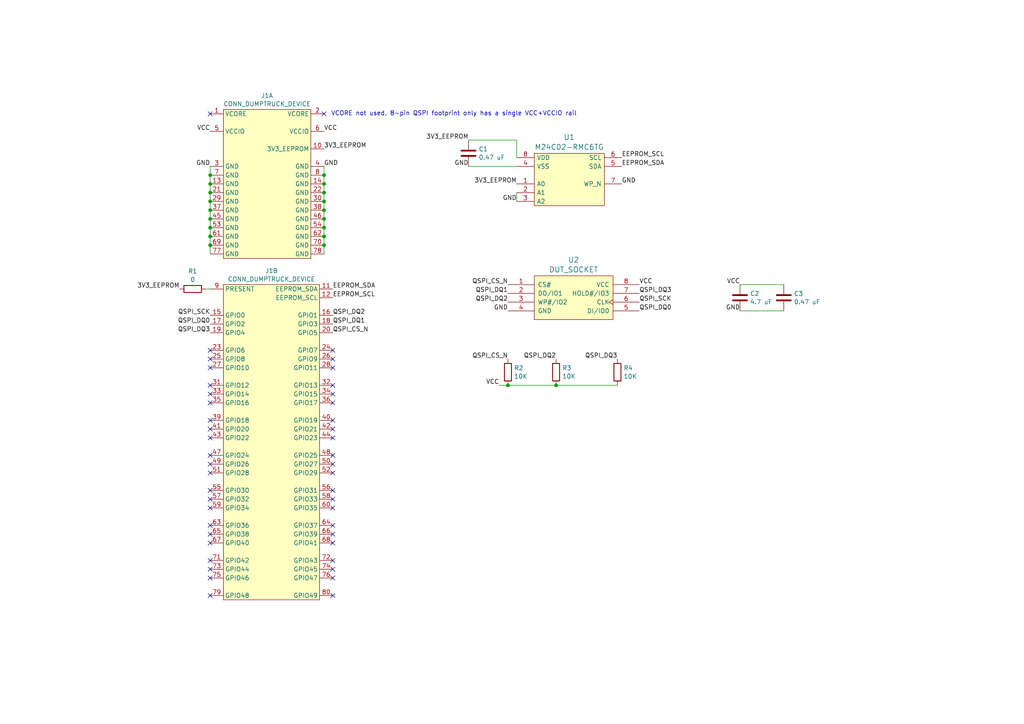
<source format=kicad_sch>
(kicad_sch (version 20231120) (generator "eeschema") (generator_version "8.0")
  (paper "A4")
  (lib_symbols
    (symbol "device:C" (pin_numbers hide) (pin_names (offset 0.254))
      (property "Reference" "C" (at 0.635 2.54 0))
      (property "Value" "C" (at 0.635 -2.54 0))
      (symbol "C_0_1"
        (polyline (pts (xy -2.032 -0.762) (xy 2.032 -0.762)) (stroke (width 0.508)))
        (polyline (pts (xy -2.032 0.762) (xy 2.032 0.762)) (stroke (width 0.508)))
      )
      (symbol "C_1_1"
        (pin passive line (at 0 3.81 270) (length 2.794) (name "~") (number "1"))
        (pin passive line (at 0 -3.81 90) (length 2.794) (name "~") (number "2"))
      )
    )
    (symbol "device:R" (pin_numbers hide) (pin_names (offset 0))
      (property "Reference" "R" (at 2.032 0 90))
      (property "Value" "R" (at 0 0 90))
      (symbol "R_0_1"
        (rectangle (start -1.016 -2.54) (end 1.016 2.54) (stroke (width 0.254)))
      )
      (symbol "R_1_1"
        (pin passive line (at 0 3.81 270) (length 1.27) (name "~") (number "1"))
        (pin passive line (at 0 -3.81 90) (length 1.27) (name "~") (number "2"))
      )
    )
    (symbol "memory-azonenberg:24Cxx-DFN8" (pin_names (offset 0.762))
      (property "Reference" "U" (at 13.97 16.51 0))
      (property "Value" "24Cxx-DFN8" (at 17.78 -1.27 0))
      (symbol "24Cxx-DFN8_1_1"
        (rectangle (start 0 0) (end 20.32 15.24) (fill (type background)))
        (pin input line (at -5.08 6.35 0) (length 5.08) (name "A0") (number "1"))
        (pin input line (at -5.08 3.81 0) (length 5.08) (name "A1") (number "2"))
        (pin input line (at -5.08 1.27 0) (length 5.08) (name "A2") (number "3"))
        (pin power_in line (at -5.08 11.43 0) (length 5.08) (name "VSS") (number "4"))
        (pin bidirectional line (at 25.4 11.43 180) (length 5.08) (name "SDA") (number "5"))
        (pin input line (at 25.4 13.97 180) (length 5.08) (name "SCL") (number "6"))
        (pin input line (at 25.4 6.35 180) (length 5.08) (name "WP_N") (number "7"))
        (pin power_in line (at -5.08 13.97 0) (length 5.08) (name "VDD") (number "8"))
      )
    )
    (symbol "memory-azonenberg:W25Q80BV" (pin_names (offset 1.016))
      (property "Reference" "U" (at 0 -1.27 0))
      (property "Value" "W25Q80BV" (at 0 -3.81 0))
      (symbol "W25Q80BV_0_1"
        (rectangle (start -11.43 12.7) (end 11.43 0) (fill (type background)))
      )
      (symbol "W25Q80BV_1_1"
        (pin input line (at -19.05 10.16 0) (length 7.62) (name "CS#") (number "1"))
        (pin bidirectional line (at -19.05 7.62 0) (length 7.62) (name "DO/IO1") (number "2"))
        (pin bidirectional line (at -19.05 5.08 0) (length 7.62) (name "WP#/IO2") (number "3"))
        (pin power_in line (at -19.05 2.54 0) (length 7.62) (name "GND") (number "4"))
        (pin bidirectional line (at 19.05 2.54 180) (length 7.62) (name "DI/IO0") (number "5"))
        (pin input clock (at 19.05 5.08 180) (length 7.62) (name "CLK") (number "6"))
        (pin bidirectional line (at 19.05 7.62 180) (length 7.62) (name "HOLD#/IO3") (number "7"))
        (pin power_in line (at 19.05 10.16 180) (length 7.62) (name "VCC") (number "8"))
      )
    )
    (symbol "special-azonenberg:CONN_DUMPTRUCK_DEVICE"
      (property "Reference" "J" (at 0 -3.048 0))
      (property "Value" "CONN_DUMPTRUCK_DEVICE" (at -0.508 -5.334 0))
      (symbol "CONN_DUMPTRUCK_DEVICE_1_1"
        (rectangle (start 0 43.18) (end 25.4 0) (fill (type background)))
        (pin power_in line (at -3.81 41.91 0) (length 3.81) (name "VCORE") (number "1"))
        (pin power_out line (at 29.21 31.75 180) (length 3.81) (name "3V3_EEPROM") (number "10"))
        (pin power_in line (at -3.81 21.59 0) (length 3.81) (name "GND") (number "13"))
        (pin power_in line (at 29.21 21.59 180) (length 3.81) (name "GND") (number "14"))
        (pin power_out line (at 29.21 41.91 180) (length 3.81) (name "VCORE") (number "2"))
        (pin power_in line (at -3.81 19.05 0) (length 3.81) (name "GND") (number "21"))
        (pin power_in line (at 29.21 19.05 180) (length 3.81) (name "GND") (number "22"))
        (pin power_in line (at -3.81 16.51 0) (length 3.81) (name "GND") (number "29"))
        (pin power_in line (at -3.81 26.67 0) (length 3.81) (name "GND") (number "3"))
        (pin power_in line (at 29.21 16.51 180) (length 3.81) (name "GND") (number "30"))
        (pin power_in line (at -3.81 13.97 0) (length 3.81) (name "GND") (number "37"))
        (pin power_in line (at 29.21 13.97 180) (length 3.81) (name "GND") (number "38"))
        (pin power_out line (at 29.21 26.67 180) (length 3.81) (name "GND") (number "4"))
        (pin power_in line (at -3.81 11.43 0) (length 3.81) (name "GND") (number "45"))
        (pin power_in line (at 29.21 11.43 180) (length 3.81) (name "GND") (number "46"))
        (pin power_in line (at -3.81 36.83 0) (length 3.81) (name "VCCIO") (number "5"))
        (pin power_in line (at -3.81 8.89 0) (length 3.81) (name "GND") (number "53"))
        (pin power_in line (at 29.21 8.89 180) (length 3.81) (name "GND") (number "54"))
        (pin power_out line (at 29.21 36.83 180) (length 3.81) (name "VCCIO") (number "6"))
        (pin power_in line (at -3.81 6.35 0) (length 3.81) (name "GND") (number "61"))
        (pin power_in line (at 29.21 6.35 180) (length 3.81) (name "GND") (number "62"))
        (pin power_in line (at -3.81 3.81 0) (length 3.81) (name "GND") (number "69"))
        (pin power_in line (at -3.81 24.13 0) (length 3.81) (name "GND") (number "7"))
        (pin power_in line (at 29.21 3.81 180) (length 3.81) (name "GND") (number "70"))
        (pin power_in line (at -3.81 1.27 0) (length 3.81) (name "GND") (number "77"))
        (pin power_in line (at 29.21 1.27 180) (length 3.81) (name "GND") (number "78"))
        (pin power_in line (at 29.21 24.13 180) (length 3.81) (name "GND") (number "8"))
      )
      (symbol "CONN_DUMPTRUCK_DEVICE_2_1"
        (rectangle (start 0 91.44) (end 27.94 0) (fill (type background)))
        (pin bidirectional line (at 31.75 90.17 180) (length 3.81) (name "EEPROM_SDA") (number "11"))
        (pin bidirectional line (at 31.75 87.63 180) (length 3.81) (name "EEPROM_SCL") (number "12"))
        (pin bidirectional line (at -3.81 82.55 0) (length 3.81) (name "GPIO0") (number "15"))
        (pin bidirectional line (at 31.75 82.55 180) (length 3.81) (name "GPIO1") (number "16"))
        (pin bidirectional line (at -3.81 80.01 0) (length 3.81) (name "GPIO2") (number "17"))
        (pin bidirectional line (at 31.75 80.01 180) (length 3.81) (name "GPIO3") (number "18"))
        (pin bidirectional line (at -3.81 77.47 0) (length 3.81) (name "GPIO4") (number "19"))
        (pin bidirectional line (at 31.75 77.47 180) (length 3.81) (name "GPIO5") (number "20"))
        (pin bidirectional line (at -3.81 72.39 0) (length 3.81) (name "GPIO6") (number "23"))
        (pin bidirectional line (at 31.75 72.39 180) (length 3.81) (name "GPIO7") (number "24"))
        (pin bidirectional line (at -3.81 69.85 0) (length 3.81) (name "GPIO8") (number "25"))
        (pin bidirectional line (at 31.75 69.85 180) (length 3.81) (name "GPIO9") (number "26"))
        (pin bidirectional line (at -3.81 67.31 0) (length 3.81) (name "GPIO10") (number "27"))
        (pin bidirectional line (at 31.75 67.31 180) (length 3.81) (name "GPIO11") (number "28"))
        (pin bidirectional line (at -3.81 62.23 0) (length 3.81) (name "GPIO12") (number "31"))
        (pin bidirectional line (at 31.75 62.23 180) (length 3.81) (name "GPIO13") (number "32"))
        (pin bidirectional line (at -3.81 59.69 0) (length 3.81) (name "GPIO14") (number "33"))
        (pin bidirectional line (at 31.75 59.69 180) (length 3.81) (name "GPIO15") (number "34"))
        (pin bidirectional line (at -3.81 57.15 0) (length 3.81) (name "GPIO16") (number "35"))
        (pin bidirectional line (at 31.75 57.15 180) (length 3.81) (name "GPIO17") (number "36"))
        (pin bidirectional line (at -3.81 52.07 0) (length 3.81) (name "GPIO18") (number "39"))
        (pin bidirectional line (at 31.75 52.07 180) (length 3.81) (name "GPIO19") (number "40"))
        (pin bidirectional line (at -3.81 49.53 0) (length 3.81) (name "GPIO20") (number "41"))
        (pin bidirectional line (at 31.75 49.53 180) (length 3.81) (name "GPIO21") (number "42"))
        (pin bidirectional line (at -3.81 46.99 0) (length 3.81) (name "GPIO22") (number "43"))
        (pin bidirectional line (at 31.75 46.99 180) (length 3.81) (name "GPIO23") (number "44"))
        (pin bidirectional line (at -3.81 41.91 0) (length 3.81) (name "GPIO24") (number "47"))
        (pin bidirectional line (at 31.75 41.91 180) (length 3.81) (name "GPIO25") (number "48"))
        (pin bidirectional line (at -3.81 39.37 0) (length 3.81) (name "GPIO26") (number "49"))
        (pin bidirectional line (at 31.75 39.37 180) (length 3.81) (name "GPIO27") (number "50"))
        (pin bidirectional line (at -3.81 36.83 0) (length 3.81) (name "GPIO28") (number "51"))
        (pin bidirectional line (at 31.75 36.83 180) (length 3.81) (name "GPIO29") (number "52"))
        (pin bidirectional line (at -3.81 31.75 0) (length 3.81) (name "GPIO30") (number "55"))
        (pin bidirectional line (at 31.75 31.75 180) (length 3.81) (name "GPIO31") (number "56"))
        (pin bidirectional line (at -3.81 29.21 0) (length 3.81) (name "GPIO32") (number "57"))
        (pin bidirectional line (at 31.75 29.21 180) (length 3.81) (name "GPIO33") (number "58"))
        (pin bidirectional line (at -3.81 26.67 0) (length 3.81) (name "GPIO34") (number "59"))
        (pin bidirectional line (at 31.75 26.67 180) (length 3.81) (name "GPIO35") (number "60"))
        (pin bidirectional line (at -3.81 21.59 0) (length 3.81) (name "GPIO36") (number "63"))
        (pin bidirectional line (at 31.75 21.59 180) (length 3.81) (name "GPIO37") (number "64"))
        (pin bidirectional line (at -3.81 19.05 0) (length 3.81) (name "GPIO38") (number "65"))
        (pin bidirectional line (at 31.75 19.05 180) (length 3.81) (name "GPIO39") (number "66"))
        (pin bidirectional line (at -3.81 16.51 0) (length 3.81) (name "GPIO40") (number "67"))
        (pin bidirectional line (at 31.75 16.51 180) (length 3.81) (name "GPIO41") (number "68"))
        (pin bidirectional line (at -3.81 11.43 0) (length 3.81) (name "GPIO42") (number "71"))
        (pin bidirectional line (at 31.75 11.43 180) (length 3.81) (name "GPIO43") (number "72"))
        (pin bidirectional line (at -3.81 8.89 0) (length 3.81) (name "GPIO44") (number "73"))
        (pin bidirectional line (at 31.75 8.89 180) (length 3.81) (name "GPIO45") (number "74"))
        (pin bidirectional line (at -3.81 6.35 0) (length 3.81) (name "GPIO46") (number "75"))
        (pin bidirectional line (at 31.75 6.35 180) (length 3.81) (name "GPIO47") (number "76"))
        (pin bidirectional line (at -3.81 1.27 0) (length 3.81) (name "GPIO48") (number "79"))
        (pin bidirectional line (at 31.75 1.27 180) (length 3.81) (name "GPIO49") (number "80"))
        (pin bidirectional line (at -3.81 90.17 0) (length 3.81) (name "PRESENT") (number "9"))
      )
    )
  )
  (junction (at 60.96 68.58))
  (junction (at 60.96 71.12))
  (junction (at 93.98 55.88))
  (junction (at 60.96 53.34))
  (junction (at 93.98 68.58))
  (junction (at 93.98 63.5))
  (junction (at 161.29 111.76))
  (junction (at 93.98 60.96))
  (junction (at 147.32 111.76))
  (junction (at 60.96 50.8))
  (junction (at 93.98 71.12))
  (junction (at 60.96 60.96))
  (junction (at 60.96 55.88))
  (junction (at 93.98 53.34))
  (junction (at 60.96 63.5))
  (junction (at 93.98 66.04))
  (junction (at 60.96 66.04))
  (junction (at 60.96 58.42))
  (junction (at 93.98 58.42))
  (junction (at 93.98 50.8))
  (no_connect (at 60.96 33.02))
  (no_connect (at 96.52 116.84))
  (no_connect (at 96.52 121.92))
  (no_connect (at 60.96 104.14))
  (no_connect (at 96.52 106.68))
  (no_connect (at 60.96 152.4))
  (no_connect (at 60.96 137.16))
  (no_connect (at 96.52 104.14))
  (no_connect (at 96.52 152.4))
  (no_connect (at 60.96 132.08))
  (no_connect (at 96.52 147.32))
  (no_connect (at 60.96 116.84))
  (no_connect (at 96.52 124.46))
  (no_connect (at 60.96 111.76))
  (no_connect (at 96.52 142.24))
  (no_connect (at 96.52 165.1))
  (no_connect (at 60.96 172.72))
  (no_connect (at 96.52 127))
  (no_connect (at 96.52 132.08))
  (no_connect (at 96.52 154.94))
  (no_connect (at 60.96 124.46))
  (no_connect (at 60.96 101.6))
  (no_connect (at 96.52 114.3))
  (no_connect (at 60.96 144.78))
  (no_connect (at 96.52 137.16))
  (no_connect (at 60.96 167.64))
  (no_connect (at 60.96 127))
  (no_connect (at 60.96 121.92))
  (no_connect (at 96.52 172.72))
  (no_connect (at 60.96 134.62))
  (no_connect (at 60.96 147.32))
  (no_connect (at 96.52 134.62))
  (no_connect (at 60.96 165.1))
  (no_connect (at 96.52 144.78))
  (no_connect (at 60.96 114.3))
  (no_connect (at 96.52 167.64))
  (no_connect (at 60.96 142.24))
  (no_connect (at 60.96 162.56))
  (no_connect (at 60.96 157.48))
  (no_connect (at 96.52 111.76))
  (no_connect (at 96.52 162.56))
  (no_connect (at 93.98 33.02))
  (no_connect (at 96.52 157.48))
  (no_connect (at 60.96 154.94))
  (no_connect (at 60.96 106.68))
  (no_connect (at 96.52 101.6))
  (wire (pts (xy 93.98 55.88) (xy 93.98 58.42)))
  (wire (pts (xy 60.96 66.04) (xy 60.96 68.58)))
  (wire (pts (xy 60.96 68.58) (xy 60.96 71.12)))
  (wire (pts (xy 214.63 82.55) (xy 227.33 82.55)))
  (wire (pts (xy 93.98 60.96) (xy 93.98 63.5)))
  (wire (pts (xy 93.98 63.5) (xy 93.98 66.04)))
  (wire (pts (xy 59.69 83.82) (xy 60.96 83.82)))
  (wire (pts (xy 60.96 58.42) (xy 60.96 60.96)))
  (wire (pts (xy 135.89 40.64) (xy 149.86 40.64)))
  (wire (pts (xy 60.96 71.12) (xy 60.96 73.66)))
  (wire (pts (xy 147.32 111.76) (xy 161.29 111.76)))
  (wire (pts (xy 214.63 90.17) (xy 227.33 90.17)))
  (wire (pts (xy 93.98 48.26) (xy 93.98 50.8)))
  (wire (pts (xy 161.29 111.76) (xy 179.07 111.76)))
  (wire (pts (xy 60.96 53.34) (xy 60.96 55.88)))
  (wire (pts (xy 60.96 50.8) (xy 60.96 53.34)))
  (wire (pts (xy 93.98 50.8) (xy 93.98 53.34)))
  (wire (pts (xy 60.96 55.88) (xy 60.96 58.42)))
  (wire (pts (xy 93.98 68.58) (xy 93.98 71.12)))
  (wire (pts (xy 149.86 55.88) (xy 149.86 58.42)))
  (wire (pts (xy 93.98 66.04) (xy 93.98 68.58)))
  (wire (pts (xy 60.96 48.26) (xy 60.96 50.8)))
  (wire (pts (xy 144.78 111.76) (xy 147.32 111.76)))
  (wire (pts (xy 93.98 71.12) (xy 93.98 73.66)))
  (wire (pts (xy 93.98 53.34) (xy 93.98 55.88)))
  (wire (pts (xy 135.89 48.26) (xy 149.86 48.26)))
  (wire (pts (xy 60.96 63.5) (xy 60.96 66.04)))
  (wire (pts (xy 93.98 58.42) (xy 93.98 60.96)))
  (wire (pts (xy 60.96 60.96) (xy 60.96 63.5)))
  (wire (pts (xy 149.86 40.64) (xy 149.86 45.72)))
  (text "VCORE not used, 8-pin QSPI footprint only has a single VCC+VCCIO rail" (at 96.012 33.02 0) (effects (font (size 1.27 1.27)) (justify left)))
  (label "QSPI_DQ2" (at 96.52 91.44 0))
  (label "QSPI_CS_N" (at 96.52 96.52 0))
  (label "3V3_EEPROM" (at 93.98 43.18 0))
  (label "QSPI_CS_N" (at 147.32 82.55 180))
  (label "EEPROM_SDA" (at 180.34 48.26 0))
  (label "EEPROM_SCL" (at 180.34 45.72 0))
  (label "QSPI_DQ0" (at 60.96 93.98 180))
  (label "QSPI_DQ0" (at 185.42 90.17 0))
  (label "GND" (at 135.89 48.26 180))
  (label "GND" (at 93.98 48.26 0))
  (label "QSPI_CS_N" (at 147.32 104.14 180))
  (label "QSPI_DQ3" (at 60.96 96.52 180))
  (label "QSPI_DQ3" (at 185.42 85.09 0))
  (label "QSPI_DQ1" (at 96.52 93.98 0))
  (label "3V3_EEPROM" (at 149.86 53.34 180))
  (label "VCC" (at 144.78 111.76 180))
  (label "GND" (at 180.34 53.34 0))
  (label "GND" (at 60.96 48.26 180))
  (label "GND" (at 149.86 58.42 180))
  (label "EEPROM_SCL" (at 96.52 86.36 0))
  (label "QSPI_DQ2" (at 147.32 87.63 180))
  (label "VCC" (at 93.98 38.1 0))
  (label "GND" (at 214.63 90.17 180))
  (label "GND" (at 147.32 90.17 180))
  (label "3V3_EEPROM" (at 52.07 83.82 180))
  (label "EEPROM_SDA" (at 96.52 83.82 0))
  (label "QSPI_SCK" (at 185.42 87.63 0))
  (label "VCC" (at 185.42 82.55 0))
  (label "3V3_EEPROM" (at 135.89 40.64 180))
  (label "QSPI_DQ3" (at 179.07 104.14 180))
  (label "VCC" (at 60.96 38.1 180))
  (label "QSPI_DQ2" (at 161.29 104.14 180))
  (label "QSPI_DQ1" (at 147.32 85.09 180))
  (label "QSPI_SCK" (at 60.96 91.44 180))
  (label "VCC" (at 214.63 82.55 180))
  (symbol (lib_id "device:R") (at 179.07 107.95 0) (unit 1)
    (property "Reference" "R4" (at 180.848 106.7378 0) (effects (justify left)))
    (property "Value" "10K" (at 180.848 109.1621 0) (effects (justify left)))
    (property "Footprint" "azonenberg_pcb:EIA_0402_RES_NOSILK" (effects (hide yes)))
    (property "Description" "Resistor" (effects (hide yes)))
  )
  (symbol (lib_id "device:C") (at 214.63 86.36 0) (unit 1)
    (property "Reference" "C2" (at 217.551 85.1478 0) (effects (justify left)))
    (property "Value" "4.7 uF" (at 217.551 87.5721 0) (effects (justify left)))
    (property "Footprint" "azonenberg_pcb:EIA_0603_CAP_NOSILK" (effects (hide yes)))
    (property "Description" "Unpolarized capacitor" (effects (hide yes)))
  )
  (symbol (lib_id "device:C") (at 227.33 86.36 0) (unit 1)
    (property "Reference" "C3" (at 230.251 85.1478 0) (effects (justify left)))
    (property "Value" "0.47 uF" (at 230.251 87.5721 0) (effects (justify left)))
    (property "Footprint" "azonenberg_pcb:EIA_0402_CAP_NOSILK" (effects (hide yes)))
    (property "Description" "Unpolarized capacitor" (effects (hide yes)))
  )
  (symbol (lib_id "device:R") (at 161.29 107.95 0) (unit 1)
    (property "Reference" "R3" (at 163.068 106.7378 0) (effects (justify left)))
    (property "Value" "10K" (at 163.068 109.1621 0) (effects (justify left)))
    (property "Footprint" "azonenberg_pcb:EIA_0402_RES_NOSILK" (effects (hide yes)))
    (property "Description" "Resistor" (effects (hide yes)))
  )
  (symbol (lib_id "device:C") (at 135.89 44.45 0) (unit 1)
    (property "Reference" "C1" (at 138.811 43.2378 0) (effects (justify left)))
    (property "Value" "0.47 uF" (at 138.811 45.6621 0) (effects (justify left)))
    (property "Footprint" "azonenberg_pcb:EIA_0402_CAP_NOSILK" (effects (hide yes)))
    (property "Description" "Unpolarized capacitor" (effects (hide yes)))
  )
  (symbol (lib_id "special-azonenberg:CONN_DUMPTRUCK_DEVICE") (at 64.77 173.99 0) (unit 2)
    (property "Reference" "J1" (at 78.74 78.5325 0))
    (property "Value" "CONN_DUMPTRUCK_DEVICE" (at 78.74 80.9568 0))
    (property "Footprint" "azonenberg_pcb:CONN_SAMTEC_BSE-040-01-L-D-A-TR" (effects (hide yes)))
  )
  (symbol (lib_id "memory-azonenberg:W25Q80BV") (at 166.37 92.71 0) (unit 1)
    (property "Reference" "U2" (at 166.37 75.3796 0) (effects (font (size 1.524 1.524))))
    (property "Value" "DUT_SOCKET" (at 166.37 78.2125 0) (effects (font (size 1.524 1.524))))
    (property "Footprint" "azonenberg_pcb:SOIC_8_5.3MM" (effects (hide yes)))
  )
  (symbol (lib_id "device:R") (at 55.88 83.82 90) (unit 1)
    (property "Reference" "R1" (at 55.88 78.6595 90))
    (property "Value" "0" (at 55.88 81.0838 90))
    (property "Footprint" "azonenberg_pcb:EIA_0402_RES_NOSILK" (effects (hide yes)))
    (property "Description" "Resistor" (effects (hide yes)))
  )
  (symbol (lib_id "memory-azonenberg:24Cxx-DFN8") (at 154.94 59.69 0) (unit 1)
    (property "Reference" "U1" (at 165.1 39.8196 0) (effects (font (size 1.524 1.524))))
    (property "Value" "M24C02-RMC6TG" (at 165.1 42.6525 0) (effects (font (size 1.524 1.524))))
    (property "Footprint" "azonenberg_pcb:DFN_8_0.5MM_2x3MM_TALL" (effects (hide yes)))
    (property "Description" "I2C Serial EEPROM with MAC address" (effects (hide yes)))
  )
  (symbol (lib_id "special-azonenberg:CONN_DUMPTRUCK_DEVICE") (at 64.77 74.93 0) (unit 1)
    (property "Reference" "J1" (at 77.47 27.7325 0))
    (property "Value" "CONN_DUMPTRUCK_DEVICE" (at 77.47 30.1568 0))
    (property "Footprint" "azonenberg_pcb:CONN_SAMTEC_BSE-040-01-L-D-A-TR" (effects (hide yes)))
  )
  (symbol (lib_id "device:R") (at 147.32 107.95 0) (unit 1)
    (property "Reference" "R2" (at 149.098 106.7378 0) (effects (justify left)))
    (property "Value" "10K" (at 149.098 109.1621 0) (effects (justify left)))
    (property "Footprint" "azonenberg_pcb:EIA_0402_RES_NOSILK" (effects (hide yes)))
    (property "Description" "Resistor" (effects (hide yes)))
  )
)
</source>
